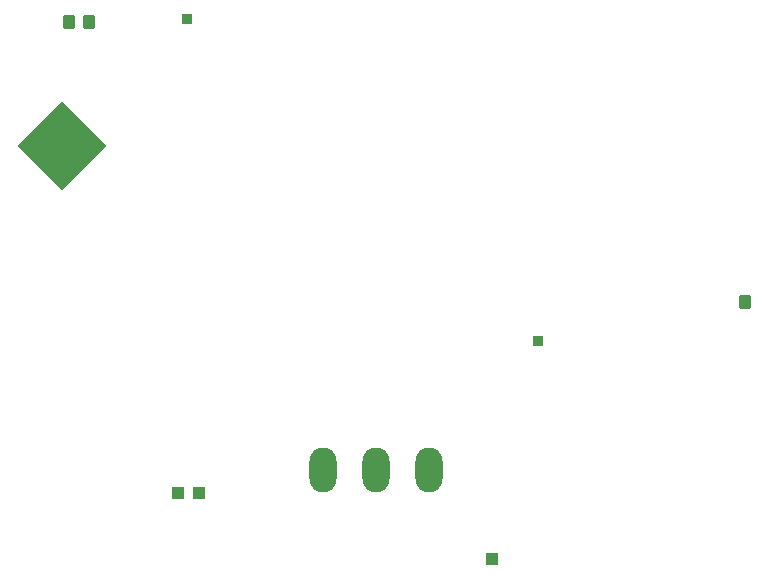
<source format=gbs>
G04 Layer: BottomSolderMaskLayer*
G04 EasyEDA v6.5.42, 2024-06-01 20:13:01*
G04 56b61418f79f422a81827ce91bc8f804,a42f065a0689404bb1480e5e311d6757,10*
G04 Gerber Generator version 0.2*
G04 Scale: 100 percent, Rotated: No, Reflected: No *
G04 Dimensions in millimeters *
G04 leading zeros omitted , absolute positions ,4 integer and 5 decimal *
%FSLAX45Y45*%
%MOMM*%

%AMMACRO1*1,1,$1,$2,$3*1,1,$1,$4,$5*1,1,$1,0-$2,0-$3*1,1,$1,0-$4,0-$5*20,1,$1,$2,$3,$4,$5,0*20,1,$1,$4,$5,0-$2,0-$3,0*20,1,$1,0-$2,0-$3,0-$4,0-$5,0*20,1,$1,0-$4,0-$5,$2,$3,0*4,1,4,$2,$3,$4,$5,0-$2,0-$3,0-$4,0-$5,$2,$3,0*%
%ADD10MACRO1,0.1016X0.45X0.5X0.45X-0.5*%
%ADD11R,0.9656X0.9081*%
%ADD12R,1.0015X1.1016*%
%ADD13MACRO1,0.1016X0X-3.6765X-3.6765X0*%
%ADD14O,2.3000208000000004X3.8000178000000004*%

%LPD*%
D10*
G01*
X6968390Y3835400D03*
G01*
X1248491Y6210300D03*
G01*
X1418490Y6210300D03*
D11*
G01*
X2247900Y6234836D03*
D12*
G01*
X4829903Y1663700D03*
G01*
X2345606Y2222500D03*
G01*
X2175603Y2222500D03*
D13*
G01*
X1192213Y5157786D03*
D14*
G01*
X3398100Y2413000D03*
G01*
X3848087Y2413000D03*
G01*
X4298099Y2413000D03*
D11*
G01*
X5219700Y3506063D03*
M02*

</source>
